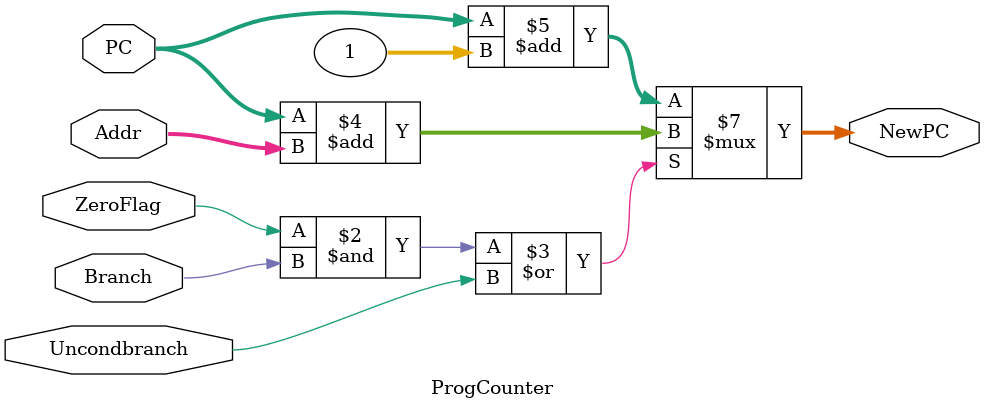
<source format=v>
`timescale 1ns / 1ps


module ProgCounter(Branch,Uncondbranch,ZeroFlag,Addr, PC,NewPC);
    input [63:0] PC;
    input Branch;
    input Uncondbranch;
    input ZeroFlag;
    input [63:0] Addr;
    output reg [63:0] NewPC;
    
    /*
    wire w1, result;
    and G1 (w1, ZeroFlag, Branch);
    or G2 (result, Uncondbranch, w1);
      */ 
    
    
    always @(*)
        begin
            if (ZeroFlag & Branch | Uncondbranch)
                NewPC <= PC + Addr;
            else
                NewPC <= PC + 1;
        
        end
        
            
endmodule

</source>
